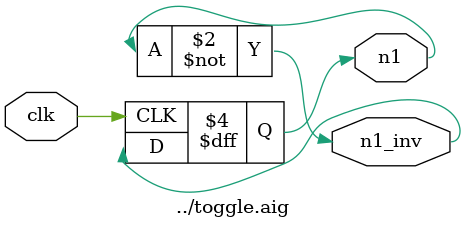
<source format=v>
/* Generated by Yosys 0.8+498 (git sha1 296ecde6, gcc 7.4.0-1ubuntu1~18.04 -fPIC -Os) */

module \../toggle.aig (clk, n1, n1_inv);
  input clk;
  (* init = 32'd0 *)
  output n1;
  reg n1 = 32'd0;
  output n1_inv;
  always @(posedge clk)
      n1 <= n1_inv;
  assign n1_inv = ~n1;
endmodule

</source>
